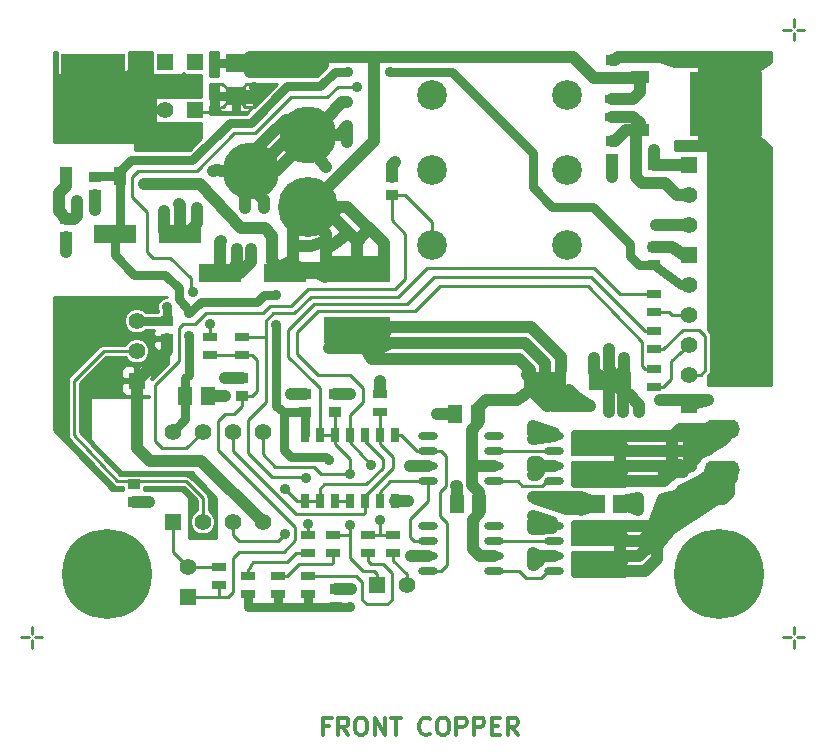
<source format=gtl>
G04 #@! TF.FileFunction,Copper,L1,Top,Signal*
%FSLAX46Y46*%
G04 Gerber Fmt 4.6, Leading zero omitted, Abs format (unit mm)*
G04 Created by KiCad (PCBNEW 4.0.5) date 05/03/17 10:24:09*
%MOMM*%
%LPD*%
G01*
G04 APERTURE LIST*
%ADD10C,0.150000*%
%ADD11C,0.300000*%
%ADD12C,0.203200*%
%ADD13C,0.558800*%
%ADD14O,1.651000X0.635000*%
%ADD15R,0.635000X1.270000*%
%ADD16R,1.143000X0.635000*%
%ADD17R,1.397000X1.397000*%
%ADD18C,1.397000*%
%ADD19O,3.048000X1.574800*%
%ADD20O,3.048000X1.600200*%
%ADD21R,5.613400X2.311400*%
%ADD22C,4.826000*%
%ADD23C,5.080000*%
%ADD24C,2.514600*%
%ADD25C,7.620000*%
%ADD26R,3.599200X1.600200*%
%ADD27R,1.000800X0.899200*%
%ADD28R,1.597700X0.998200*%
%ADD29R,6.197600X5.397500*%
%ADD30R,1.300480X1.498600*%
%ADD31R,0.998200X1.597700*%
%ADD32R,5.397500X6.197600*%
%ADD33R,1.803400X1.600200*%
%ADD34C,1.016000*%
%ADD35C,0.889000*%
%ADD36C,0.254000*%
%ADD37C,1.016000*%
%ADD38C,0.762000*%
G04 APERTURE END LIST*
D10*
D11*
X87662714Y-90697857D02*
X87162714Y-90697857D01*
X87162714Y-91483571D02*
X87162714Y-89983571D01*
X87877000Y-89983571D01*
X89305571Y-91483571D02*
X88805571Y-90769286D01*
X88448428Y-91483571D02*
X88448428Y-89983571D01*
X89019856Y-89983571D01*
X89162714Y-90055000D01*
X89234142Y-90126429D01*
X89305571Y-90269286D01*
X89305571Y-90483571D01*
X89234142Y-90626429D01*
X89162714Y-90697857D01*
X89019856Y-90769286D01*
X88448428Y-90769286D01*
X90234142Y-89983571D02*
X90519856Y-89983571D01*
X90662714Y-90055000D01*
X90805571Y-90197857D01*
X90876999Y-90483571D01*
X90876999Y-90983571D01*
X90805571Y-91269286D01*
X90662714Y-91412143D01*
X90519856Y-91483571D01*
X90234142Y-91483571D01*
X90091285Y-91412143D01*
X89948428Y-91269286D01*
X89876999Y-90983571D01*
X89876999Y-90483571D01*
X89948428Y-90197857D01*
X90091285Y-90055000D01*
X90234142Y-89983571D01*
X91519857Y-91483571D02*
X91519857Y-89983571D01*
X92377000Y-91483571D01*
X92377000Y-89983571D01*
X92877000Y-89983571D02*
X93734143Y-89983571D01*
X93305572Y-91483571D02*
X93305572Y-89983571D01*
X96234143Y-91340714D02*
X96162714Y-91412143D01*
X95948428Y-91483571D01*
X95805571Y-91483571D01*
X95591286Y-91412143D01*
X95448428Y-91269286D01*
X95377000Y-91126429D01*
X95305571Y-90840714D01*
X95305571Y-90626429D01*
X95377000Y-90340714D01*
X95448428Y-90197857D01*
X95591286Y-90055000D01*
X95805571Y-89983571D01*
X95948428Y-89983571D01*
X96162714Y-90055000D01*
X96234143Y-90126429D01*
X97162714Y-89983571D02*
X97448428Y-89983571D01*
X97591286Y-90055000D01*
X97734143Y-90197857D01*
X97805571Y-90483571D01*
X97805571Y-90983571D01*
X97734143Y-91269286D01*
X97591286Y-91412143D01*
X97448428Y-91483571D01*
X97162714Y-91483571D01*
X97019857Y-91412143D01*
X96877000Y-91269286D01*
X96805571Y-90983571D01*
X96805571Y-90483571D01*
X96877000Y-90197857D01*
X97019857Y-90055000D01*
X97162714Y-89983571D01*
X98448429Y-91483571D02*
X98448429Y-89983571D01*
X99019857Y-89983571D01*
X99162715Y-90055000D01*
X99234143Y-90126429D01*
X99305572Y-90269286D01*
X99305572Y-90483571D01*
X99234143Y-90626429D01*
X99162715Y-90697857D01*
X99019857Y-90769286D01*
X98448429Y-90769286D01*
X99948429Y-91483571D02*
X99948429Y-89983571D01*
X100519857Y-89983571D01*
X100662715Y-90055000D01*
X100734143Y-90126429D01*
X100805572Y-90269286D01*
X100805572Y-90483571D01*
X100734143Y-90626429D01*
X100662715Y-90697857D01*
X100519857Y-90769286D01*
X99948429Y-90769286D01*
X101448429Y-90697857D02*
X101948429Y-90697857D01*
X102162715Y-91483571D02*
X101448429Y-91483571D01*
X101448429Y-89983571D01*
X102162715Y-89983571D01*
X103662715Y-91483571D02*
X103162715Y-90769286D01*
X102805572Y-91483571D02*
X102805572Y-89983571D01*
X103377000Y-89983571D01*
X103519858Y-90055000D01*
X103591286Y-90126429D01*
X103662715Y-90269286D01*
X103662715Y-90483571D01*
X103591286Y-90626429D01*
X103519858Y-90697857D01*
X103377000Y-90769286D01*
X102805572Y-90769286D01*
D12*
X108254800Y-68351400D02*
X108254800Y-70307200D01*
X112826800Y-70307200D02*
X112826800Y-68351400D01*
X112826800Y-68351400D02*
X108254800Y-68351400D01*
D13*
X112649000Y-68707000D02*
X108432600Y-68707000D01*
X112649000Y-69215000D02*
X108432600Y-69215000D01*
X112649000Y-70231000D02*
X108432600Y-70231000D01*
X112649000Y-69723000D02*
X108432600Y-69723000D01*
X112649000Y-66929000D02*
X108432600Y-66929000D01*
X112649000Y-67437000D02*
X108432600Y-67437000D01*
X112649000Y-66421000D02*
X108432600Y-66421000D01*
X112649000Y-65913000D02*
X108432600Y-65913000D01*
D12*
X112826800Y-67792600D02*
X112826800Y-65836800D01*
X108254800Y-65836800D02*
X108254800Y-67792600D01*
X108254800Y-67792600D02*
X112826800Y-67792600D01*
X108254800Y-75971400D02*
X108254800Y-77927200D01*
X112826800Y-77927200D02*
X112826800Y-75971400D01*
X112826800Y-75971400D02*
X108254800Y-75971400D01*
D13*
X112649000Y-76327000D02*
X108432600Y-76327000D01*
X112649000Y-76835000D02*
X108432600Y-76835000D01*
X112649000Y-77851000D02*
X108432600Y-77851000D01*
X112649000Y-77343000D02*
X108432600Y-77343000D01*
X112649000Y-74549000D02*
X108432600Y-74549000D01*
X112649000Y-75057000D02*
X108432600Y-75057000D01*
X112649000Y-74041000D02*
X108432600Y-74041000D01*
X112649000Y-73533000D02*
X108432600Y-73533000D01*
D12*
X112826800Y-75412600D02*
X112826800Y-73456800D01*
X108254800Y-73456800D02*
X108254800Y-75412600D01*
X108254800Y-75412600D02*
X112826800Y-75412600D01*
D14*
X96012000Y-66167000D03*
X96012000Y-67437000D03*
X96012000Y-68707000D03*
X96012000Y-69977000D03*
X101600000Y-69977000D03*
X101600000Y-68707000D03*
X101600000Y-67437000D03*
X101600000Y-66167000D03*
X96012000Y-73787000D03*
X96012000Y-75057000D03*
X96012000Y-76327000D03*
X96012000Y-77597000D03*
X101600000Y-77597000D03*
X101600000Y-76327000D03*
X101600000Y-75057000D03*
X101600000Y-73787000D03*
D15*
X85598000Y-71628000D03*
X86868000Y-71628000D03*
X88138000Y-71628000D03*
X89408000Y-71628000D03*
X90678000Y-71628000D03*
X91948000Y-71628000D03*
X93218000Y-71628000D03*
X93218000Y-66040000D03*
X91948000Y-66040000D03*
X90678000Y-66040000D03*
X89408000Y-66040000D03*
X88138000Y-66040000D03*
X86868000Y-66040000D03*
X85598000Y-66040000D03*
D16*
X91948000Y-64135000D03*
X91948000Y-62611000D03*
X77597000Y-59309000D03*
X77597000Y-57785000D03*
D17*
X75692000Y-79756000D03*
D18*
X75692000Y-77216000D03*
D19*
X120904000Y-69060000D03*
D20*
X120904000Y-65560000D03*
D21*
X89992200Y-57185560D03*
X89992200Y-52034440D03*
D22*
X81026000Y-43688000D03*
X85852000Y-40640000D03*
D23*
X85852000Y-46736000D03*
D24*
X96393000Y-49961800D03*
X96393000Y-43611800D03*
X96393000Y-37261800D03*
X107823000Y-49961800D03*
X107823000Y-43611800D03*
X107823000Y-37261800D03*
D25*
X68834000Y-77851000D03*
X120650000Y-77851000D03*
D17*
X74422000Y-73406000D03*
D18*
X76962000Y-73406000D03*
X79502000Y-73406000D03*
X82042000Y-73406000D03*
X82042000Y-65786000D03*
X79502000Y-65786000D03*
X76962000Y-65786000D03*
X74422000Y-65786000D03*
D26*
X105961200Y-61468000D03*
X111462800Y-61468000D03*
X83903800Y-52324000D03*
X78402200Y-52324000D03*
X69512200Y-49022000D03*
X75013800Y-49022000D03*
D27*
X85598000Y-64124800D03*
X85598000Y-62621200D03*
X65405000Y-47762200D03*
X65405000Y-49265800D03*
X73914000Y-57901800D03*
X73914000Y-56398200D03*
X111633000Y-35803800D03*
X111633000Y-34300200D03*
X71120000Y-71744800D03*
X71120000Y-70241200D03*
X111633000Y-41158200D03*
X111633000Y-42661800D03*
X67818000Y-44206200D03*
X67818000Y-45709800D03*
D28*
X113972300Y-35720000D03*
X113972300Y-40276800D03*
D29*
X121269800Y-37998400D03*
D17*
X71374000Y-61468000D03*
D18*
X71374000Y-58928000D03*
X71374000Y-56388000D03*
D17*
X118110000Y-63500000D03*
D18*
X118110000Y-66040000D03*
X118110000Y-68580000D03*
X118110000Y-71120000D03*
D17*
X118110000Y-43180000D03*
D18*
X118110000Y-45720000D03*
X118110000Y-48260000D03*
D16*
X111633000Y-37592000D03*
X111633000Y-39116000D03*
D30*
X75501500Y-62738000D03*
X77406500Y-62738000D03*
X110426500Y-71882000D03*
X112331500Y-71882000D03*
X98488500Y-71882000D03*
X100393500Y-71882000D03*
X98361500Y-64262000D03*
X100266500Y-64262000D03*
D16*
X85852000Y-74549000D03*
X85852000Y-76073000D03*
X115189000Y-61976000D03*
X115189000Y-60452000D03*
X93091000Y-74549000D03*
X93091000Y-76073000D03*
X115189000Y-55626000D03*
X115189000Y-54102000D03*
X90932000Y-74549000D03*
X90932000Y-76073000D03*
X115189000Y-58801000D03*
X115189000Y-57277000D03*
X85852000Y-79502000D03*
X85852000Y-77978000D03*
X80772000Y-79502000D03*
X80772000Y-77978000D03*
X83312000Y-79502000D03*
X83312000Y-77978000D03*
D17*
X91694000Y-78740000D03*
D18*
X94234000Y-78740000D03*
D27*
X88138000Y-64124800D03*
X88138000Y-62621200D03*
X115189000Y-51678800D03*
X115189000Y-50175200D03*
X92964000Y-45709800D03*
X92964000Y-44206200D03*
X80264000Y-62727800D03*
X80264000Y-61224200D03*
D16*
X88011000Y-74549000D03*
X88011000Y-76073000D03*
D17*
X118110000Y-50800000D03*
D18*
X118110000Y-53340000D03*
X118110000Y-55880000D03*
X118110000Y-58420000D03*
X118110000Y-60960000D03*
D31*
X65412600Y-44168100D03*
X69969400Y-44168100D03*
D32*
X67691000Y-36870600D03*
D14*
X106680000Y-66167000D03*
X106680000Y-67437000D03*
X106680000Y-68707000D03*
X106680000Y-69977000D03*
X112268000Y-69977000D03*
X112268000Y-68707000D03*
X112268000Y-67437000D03*
X112268000Y-66167000D03*
X106680000Y-73787000D03*
X106680000Y-75057000D03*
X106680000Y-76327000D03*
X106680000Y-77597000D03*
X112268000Y-77597000D03*
X112268000Y-76327000D03*
X112268000Y-75057000D03*
X112268000Y-73787000D03*
D27*
X115189000Y-44693800D03*
X115189000Y-43190200D03*
X88265000Y-80634800D03*
X88265000Y-79131200D03*
D17*
X76327000Y-38544500D03*
D18*
X73787000Y-38544500D03*
D17*
X73787000Y-34480500D03*
X76327000Y-34480500D03*
D16*
X80264000Y-57785000D03*
X80264000Y-59309000D03*
X78359000Y-77216000D03*
X78359000Y-78740000D03*
D33*
X79756000Y-34607500D03*
X79756000Y-37401500D03*
D34*
X87376000Y-49784000D03*
X86131400Y-50063400D03*
X81407000Y-35306000D03*
X81407000Y-34099500D03*
X66294000Y-46228000D03*
X72009000Y-44831000D03*
X107442000Y-63627000D03*
X108966000Y-71348600D03*
X104902000Y-77089000D03*
X104902000Y-71323200D03*
X105918000Y-71323200D03*
X104902000Y-68376800D03*
X104902000Y-69443600D03*
X108585000Y-63627000D03*
X109728000Y-63627000D03*
X104902000Y-76047600D03*
X108966000Y-72415400D03*
X116078000Y-71501000D03*
X121031000Y-71501000D03*
X120015000Y-71501000D03*
X119761000Y-63119000D03*
X115697000Y-63119000D03*
X116078000Y-72517000D03*
X119761000Y-67310000D03*
D35*
X83947000Y-74422000D03*
X83947000Y-70612000D03*
X76149200Y-53924200D03*
X77597000Y-56642000D03*
X90043000Y-36576000D03*
X85852000Y-73634600D03*
X85725000Y-69723000D03*
X89408000Y-73660000D03*
X89408000Y-69342000D03*
X91948000Y-73279000D03*
X91186000Y-68580000D03*
X89408000Y-80645000D03*
X87630000Y-68199000D03*
X75819000Y-57658000D03*
X75819000Y-55753000D03*
X89281000Y-35306000D03*
X92837000Y-35306000D03*
X83185000Y-56769000D03*
X83185000Y-54229000D03*
X73914000Y-55245000D03*
D34*
X122682000Y-34036000D03*
X121158000Y-34036000D03*
X124206000Y-34036000D03*
X89217500Y-39878000D03*
X89217500Y-41275000D03*
X82194400Y-46837600D03*
X82565933Y-40783832D03*
X80543400Y-46837600D03*
X87376000Y-43370500D03*
X89154000Y-37846000D03*
X119507000Y-41529000D03*
X121285000Y-41529000D03*
X123063000Y-41529000D03*
X78867000Y-61214000D03*
X112649000Y-59563000D03*
X112522000Y-64135000D03*
X77825600Y-43688000D03*
X89535000Y-79121000D03*
X115189000Y-41910000D03*
X111379000Y-58801000D03*
X71501000Y-35179000D03*
X71501000Y-39878000D03*
X71501000Y-36830000D03*
X71501000Y-38481000D03*
X93218000Y-42926000D03*
X115316000Y-48260000D03*
X98450400Y-70358000D03*
X104902000Y-65278000D03*
X104902000Y-72898000D03*
X104902000Y-73990200D03*
X113792000Y-71374000D03*
X113792000Y-72440800D03*
X73660000Y-47117000D03*
X74930000Y-46482000D03*
X78486000Y-49657000D03*
X78867000Y-62738000D03*
X72390000Y-71755000D03*
X91948000Y-61468000D03*
X89408000Y-62611000D03*
X84437724Y-62628276D03*
X113919000Y-64135000D03*
X96774000Y-64262000D03*
X111633000Y-44196000D03*
X81026000Y-50292000D03*
X79883000Y-50292000D03*
X76454000Y-46863000D03*
X67818000Y-46990000D03*
X65405000Y-50546000D03*
X112903000Y-34036000D03*
X118110000Y-34036000D03*
X119634000Y-34036000D03*
X94361000Y-71628000D03*
X94615000Y-76327000D03*
X110109000Y-59563000D03*
X104902000Y-66395600D03*
X111379000Y-64135000D03*
X94488000Y-68707000D03*
D35*
X81343500Y-36639500D03*
X81343500Y-37528500D03*
D36*
X62484000Y-82931000D02*
X62484000Y-82296000D01*
X62738000Y-83185000D02*
X63373000Y-83185000D01*
X126746000Y-83185000D02*
X126111000Y-83185000D01*
X127000000Y-82931000D02*
X127000000Y-82296000D01*
X127000000Y-32004000D02*
X127000000Y-32639000D01*
X126746000Y-31750000D02*
X126111000Y-31750000D01*
X127254000Y-31750000D02*
X127889000Y-31750000D01*
X127000000Y-31496000D02*
X127000000Y-30861000D01*
X127000000Y-83439000D02*
X127000000Y-84074000D01*
X127254000Y-83185000D02*
X127889000Y-83185000D01*
X62230000Y-83185000D02*
X61595000Y-83185000D01*
X62484000Y-83439000D02*
X62484000Y-84074000D01*
D37*
X115189000Y-44693800D02*
X116067800Y-44693800D01*
X118110000Y-45720000D02*
X117094000Y-45720000D01*
X113665000Y-40584100D02*
X113972300Y-40276800D01*
X113665000Y-44196000D02*
X113665000Y-40584100D01*
X114162800Y-44693800D02*
X113665000Y-44196000D01*
X116067800Y-44693800D02*
X114162800Y-44693800D01*
X117094000Y-45720000D02*
X116067800Y-44693800D01*
X111633000Y-41158200D02*
X111876800Y-41158200D01*
X112776000Y-40259000D02*
X113972300Y-40276800D01*
X111876800Y-41158200D02*
X112776000Y-40259000D01*
X111633000Y-39116000D02*
X113411000Y-39116000D01*
X113972300Y-39677300D02*
X113972300Y-40276800D01*
X113411000Y-39116000D02*
X113972300Y-39677300D01*
D36*
X101600000Y-75057000D02*
X102616000Y-75057000D01*
X104267000Y-75057000D02*
X104267000Y-75057000D01*
X102616000Y-75057000D02*
X104267000Y-75057000D01*
X102616000Y-75057000D02*
X102616000Y-75057000D01*
X104267000Y-75057000D02*
X106680000Y-75057000D01*
X102616000Y-67437000D02*
X102616000Y-67437000D01*
X102616000Y-67437000D02*
X101600000Y-67437000D01*
X104267000Y-67437000D02*
X104267000Y-67437000D01*
X102616000Y-67437000D02*
X104267000Y-67437000D01*
X104267000Y-67437000D02*
X106680000Y-67437000D01*
D37*
X87376000Y-49784000D02*
X87223600Y-49784000D01*
X84582000Y-48006000D02*
X85852000Y-46736000D01*
X84582000Y-50063400D02*
X84582000Y-48006000D01*
X84582000Y-51308000D02*
X84582000Y-50063400D01*
X83903800Y-51605200D02*
X84582000Y-51308000D01*
X84582000Y-50063400D02*
X86131400Y-50063400D01*
X81407000Y-35306000D02*
X80962500Y-35306000D01*
X80962500Y-35306000D02*
X81153000Y-35242500D01*
X81407000Y-34099500D02*
X80962500Y-34099500D01*
X80962500Y-34099500D02*
X81153000Y-34036000D01*
X81407000Y-35306000D02*
X82362040Y-34589720D01*
X81724500Y-34607500D02*
X81407000Y-35306000D01*
X82362040Y-34589720D02*
X82616040Y-34335720D01*
X81407000Y-34163000D02*
X81407000Y-34099500D01*
X81407000Y-34163000D02*
X81724500Y-34607500D01*
X81280000Y-34607500D02*
X81724500Y-34607500D01*
X90424000Y-34036000D02*
X81407000Y-34099500D01*
X81280000Y-34607500D02*
X79756000Y-34607500D01*
X65412600Y-44168100D02*
X65412600Y-44950400D01*
X64770000Y-47127200D02*
X65405000Y-47762200D01*
X64770000Y-45593000D02*
X64770000Y-47127200D01*
X65412600Y-44950400D02*
X64770000Y-45593000D01*
X66294000Y-46228000D02*
X66294000Y-47498000D01*
X66029800Y-47762200D02*
X65405000Y-47762200D01*
X66294000Y-47498000D02*
X66029800Y-47762200D01*
X90424000Y-42164000D02*
X91440000Y-41148000D01*
X85852000Y-46736000D02*
X90424000Y-42164000D01*
X91440000Y-34036000D02*
X90424000Y-34036000D01*
X91440000Y-41148000D02*
X91440000Y-34036000D01*
X110098800Y-35803800D02*
X108331000Y-34036000D01*
X108331000Y-34036000D02*
X90424000Y-34036000D01*
X111633000Y-35803800D02*
X110098800Y-35803800D01*
X89992200Y-49707800D02*
X90017600Y-49707800D01*
X90017600Y-49707800D02*
X90728800Y-48996600D01*
X89357200Y-48971200D02*
X87858600Y-50063400D01*
X87858600Y-50063400D02*
X87249000Y-49784000D01*
X87249000Y-49784000D02*
X87223600Y-49784000D01*
X87223600Y-49784000D02*
X87376000Y-49784000D01*
X86131400Y-50063400D02*
X86868000Y-49784000D01*
X87376000Y-49403000D02*
X87376000Y-49784000D01*
X87376000Y-49784000D02*
X87376000Y-51943000D01*
X85471000Y-51943000D02*
X83903800Y-51605200D01*
X87376000Y-51943000D02*
X85471000Y-51943000D01*
X83903800Y-52324000D02*
X86626702Y-52324000D01*
X86626702Y-52324000D02*
X87350600Y-52705000D01*
X83903800Y-52324000D02*
X83820000Y-52324000D01*
X76708000Y-44831000D02*
X72009000Y-44831000D01*
X83820000Y-52324000D02*
X82804000Y-51308000D01*
X82804000Y-51308000D02*
X82804000Y-49174400D01*
X82804000Y-49174400D02*
X82245200Y-48564800D01*
X82245200Y-48564800D02*
X80213200Y-48564800D01*
X80213200Y-48564800D02*
X76708000Y-44831000D01*
X111633000Y-37592000D02*
X113411000Y-37592000D01*
X113972300Y-37030700D02*
X113972300Y-35720000D01*
X113411000Y-37592000D02*
X113972300Y-37030700D01*
X83903800Y-52324000D02*
X83903800Y-51605200D01*
X85852000Y-47498000D02*
X87376000Y-49022000D01*
X85852000Y-46736000D02*
X85852000Y-47498000D01*
X111633000Y-35803800D02*
X113888500Y-35803800D01*
X113888500Y-35803800D02*
X113972300Y-35720000D01*
X89992200Y-52034440D02*
X89992200Y-49707800D01*
X89992200Y-49707800D02*
X89992200Y-49606200D01*
X89992200Y-49606200D02*
X89357200Y-48971200D01*
X89357200Y-48971200D02*
X87884000Y-47498000D01*
X87884000Y-47498000D02*
X88392000Y-46736000D01*
X88392000Y-46736000D02*
X85852000Y-46736000D01*
X92329000Y-49784000D02*
X92329000Y-49784000D01*
X92329000Y-50927000D02*
X92329000Y-49784000D01*
X89154000Y-46736000D02*
X85852000Y-46736000D01*
X92329000Y-49784000D02*
X89154000Y-46736000D01*
X85852000Y-46736000D02*
X87884000Y-46736000D01*
X109728000Y-63627000D02*
X108597700Y-62852300D01*
X99822000Y-73279000D02*
X99822000Y-75692000D01*
X100393500Y-72707500D02*
X99822000Y-73279000D01*
X100393500Y-71882000D02*
X100393500Y-72707500D01*
X100457000Y-76327000D02*
X101600000Y-76327000D01*
X99822000Y-75692000D02*
X100457000Y-76327000D01*
X101600000Y-68707000D02*
X99792437Y-68707000D01*
X99792437Y-68707000D02*
X99792437Y-68706979D01*
X106172000Y-63601600D02*
X106197400Y-63627000D01*
X106146600Y-63601600D02*
X105181400Y-62636400D01*
X106172000Y-63601600D02*
X106146600Y-63601600D01*
X108585000Y-63627000D02*
X108686600Y-63525400D01*
X108610400Y-62865000D02*
X108000800Y-62255400D01*
X108610400Y-63525400D02*
X108610400Y-62865000D01*
X108686600Y-63525400D02*
X108610400Y-63525400D01*
X107442000Y-63627000D02*
X108585000Y-63627000D01*
X100961978Y-63119000D02*
X100266500Y-63754001D01*
X99796600Y-69342000D02*
X99796600Y-70332600D01*
X99792437Y-68706979D02*
X99796600Y-69342000D01*
X99796600Y-70332600D02*
X100393500Y-70929500D01*
X100393500Y-70929500D02*
X100393500Y-71882000D01*
X108585000Y-63627000D02*
X108712000Y-63627000D01*
X108712000Y-63627000D02*
X109728000Y-63627000D01*
X107899200Y-72364600D02*
X107832520Y-72364600D01*
X107832520Y-72364600D02*
X105156000Y-71475600D01*
X105918000Y-71323200D02*
X106520254Y-71323200D01*
X108966000Y-71348600D02*
X106943027Y-71348600D01*
X108966000Y-71348600D02*
X110426500Y-71882000D01*
X108966000Y-72415400D02*
X108966000Y-71348600D01*
X110426500Y-71882000D02*
X110426500Y-71882000D01*
X104902000Y-68376800D02*
X104902000Y-68910200D01*
X104902000Y-77089000D02*
X105029000Y-77089000D01*
X105410000Y-76708000D02*
X104902000Y-76708000D01*
X105029000Y-77089000D02*
X105410000Y-76708000D01*
X104902000Y-76047600D02*
X104902000Y-76708000D01*
X104902000Y-71323200D02*
X105918000Y-71323200D01*
X105892600Y-71323200D02*
X105918000Y-71323200D01*
X105918000Y-71323200D02*
X105892600Y-71323200D01*
X105918000Y-71323200D02*
X106984800Y-71323200D01*
X108911527Y-72360927D02*
X108966000Y-72415400D01*
X106803327Y-71675127D02*
X107899200Y-72364600D01*
X107899200Y-72364600D02*
X108911527Y-72360927D01*
X104902000Y-69443600D02*
X105206800Y-69443600D01*
X105206800Y-69443600D02*
X105435400Y-69164200D01*
X104902000Y-68376800D02*
X105333800Y-68376800D01*
X105333800Y-68376800D02*
X105664000Y-68707000D01*
X106680000Y-68707000D02*
X105664000Y-68707000D01*
X106553000Y-61468000D02*
X108585000Y-63627000D01*
X105961200Y-61468000D02*
X106553000Y-61468000D01*
X105961200Y-61468000D02*
X105961200Y-62908200D01*
X105961200Y-62908200D02*
X106663970Y-63634956D01*
X106663970Y-63634956D02*
X107442000Y-63627000D01*
X104419400Y-60960000D02*
X104673400Y-60579000D01*
X91008200Y-59309000D02*
X91313000Y-59613800D01*
X91313000Y-59613800D02*
X103733600Y-59613800D01*
X103733600Y-59613800D02*
X104673400Y-60579000D01*
X91008200Y-59309000D02*
X89992200Y-57185560D01*
X89992200Y-57185560D02*
X91475560Y-57185560D01*
X105961200Y-59987200D02*
X105961200Y-61468000D01*
X104241600Y-58267600D02*
X105961200Y-59987200D01*
X87630000Y-58674000D02*
X92036900Y-58674000D01*
X92036900Y-58674000D02*
X92849700Y-58267600D01*
X92849700Y-58267600D02*
X104241600Y-58267600D01*
X91475560Y-57185560D02*
X87630000Y-58674000D01*
X89992200Y-57185560D02*
X92420440Y-57185560D01*
X107315000Y-59436000D02*
X107315000Y-60579000D01*
X104775000Y-56896000D02*
X107315000Y-59436000D01*
X92511880Y-56896000D02*
X104775000Y-56896000D01*
X92420440Y-57185560D02*
X92511880Y-57277000D01*
X109728000Y-63627000D02*
X107696000Y-63627000D01*
X107696000Y-63627000D02*
X106807000Y-62357000D01*
X106850200Y-62357000D02*
X105961200Y-61468000D01*
X106807000Y-62357000D02*
X106850200Y-62357000D01*
X104902000Y-76047600D02*
X105415183Y-76323029D01*
X105415183Y-76323029D02*
X106680000Y-76327000D01*
X100961978Y-63119000D02*
X103585165Y-63119000D01*
X103585165Y-63119000D02*
X105961200Y-61447028D01*
X99772463Y-65660157D02*
X99792437Y-68706979D01*
X100266500Y-64262000D02*
X100266500Y-65087500D01*
X100266500Y-65087500D02*
X99772463Y-65660157D01*
X100266500Y-63754001D02*
X100266500Y-64262000D01*
X108966000Y-72415400D02*
X110490000Y-71882000D01*
X116078000Y-71501000D02*
X115951000Y-71501000D01*
X116205000Y-71374000D02*
X116078000Y-71501000D01*
X117551200Y-71120000D02*
X116205000Y-71374000D01*
X115224338Y-73298051D02*
X115189000Y-73599170D01*
X115951000Y-71501000D02*
X115224338Y-73298051D01*
X118110000Y-71120000D02*
X117094000Y-71120000D01*
X117094000Y-71120000D02*
X116205000Y-72009000D01*
X121539000Y-69060000D02*
X121539000Y-70993000D01*
X121031000Y-71501000D02*
X120015000Y-71501000D01*
X120015000Y-71501000D02*
X120523000Y-71501000D01*
X115443000Y-75438000D02*
X116651459Y-74025114D01*
X116651459Y-74025114D02*
X120523000Y-71501000D01*
X121793000Y-69723000D02*
X121793000Y-69060000D01*
X120015000Y-71501000D02*
X121234200Y-70281800D01*
X121234200Y-70281800D02*
X121793000Y-69723000D01*
X121539000Y-70993000D02*
X121031000Y-71501000D01*
X118110000Y-63500000D02*
X119761000Y-63119000D01*
X119634000Y-63119000D02*
X115697000Y-63119000D01*
X118110000Y-63500000D02*
X119634000Y-63119000D01*
X116398511Y-72704751D02*
X116392751Y-72704751D01*
X116392751Y-72704751D02*
X116078000Y-72517000D01*
X121694000Y-69060000D02*
X121539000Y-69060000D01*
X119253000Y-69850000D02*
X119024400Y-70078600D01*
X117551200Y-70688200D02*
X117551200Y-71120000D01*
X119024400Y-70078600D02*
X117551200Y-70688200D01*
X121793000Y-69060000D02*
X120424000Y-69060000D01*
X120424000Y-69060000D02*
X119253000Y-69850000D01*
X119253000Y-69850000D02*
X119227600Y-69875400D01*
X118110000Y-71120000D02*
X119606000Y-71247000D01*
X119606000Y-71247000D02*
X119761000Y-71092000D01*
X119761000Y-71092000D02*
X119380000Y-70612000D01*
X119380000Y-70612000D02*
X121793000Y-69060000D01*
X118110000Y-71120000D02*
X117551200Y-71120000D01*
X114935000Y-73787000D02*
X115189000Y-73599170D01*
X112268000Y-73787000D02*
X114935000Y-73787000D01*
X115189000Y-73599170D02*
X116398511Y-72704751D01*
X116398511Y-72704751D02*
X117856000Y-71120000D01*
X118745000Y-71628000D02*
X115976400Y-74015600D01*
X112268000Y-75057000D02*
X114173000Y-75057000D01*
X114173000Y-75057000D02*
X115824000Y-73406000D01*
X112268000Y-77597000D02*
X114427000Y-77597000D01*
X114427000Y-77597000D02*
X115443000Y-76581000D01*
X115443000Y-76581000D02*
X115443000Y-75438000D01*
X112268000Y-76327000D02*
X113919000Y-76327000D01*
X113919000Y-76327000D02*
X115697000Y-74676000D01*
X115697000Y-74676000D02*
X115443000Y-75438000D01*
X115443000Y-75438000D02*
X115976400Y-74015600D01*
X115976400Y-74015600D02*
X115824000Y-73406000D01*
X115824000Y-73406000D02*
X117054385Y-72098716D01*
X112268000Y-77597000D02*
X112268000Y-76327000D01*
X112268000Y-76327000D02*
X112268000Y-75057000D01*
X112268000Y-73787000D02*
X112268000Y-75057000D01*
X119126000Y-67132200D02*
X119126000Y-67564000D01*
X119710200Y-67360800D02*
X119126000Y-67132200D01*
X119761000Y-67310000D02*
X119710200Y-67360800D01*
X120904000Y-66548000D02*
X119126000Y-67564000D01*
X119126000Y-67564000D02*
X120438985Y-66813723D01*
X120438985Y-66813723D02*
X119430800Y-67259200D01*
X118110000Y-68580000D02*
X119430800Y-67259200D01*
X119430800Y-67259200D02*
X120116600Y-66954400D01*
X120116600Y-66954400D02*
X120269000Y-66522600D01*
X120269000Y-66522600D02*
X120269000Y-66548000D01*
X118719600Y-65560000D02*
X118696800Y-65582800D01*
X117373400Y-65582800D02*
X116789200Y-66167000D01*
X118696800Y-65582800D02*
X117373400Y-65582800D01*
X116039719Y-69977083D02*
X116852602Y-69164200D01*
X116852602Y-69164200D02*
X117627400Y-69164200D01*
X116713000Y-68707000D02*
X116789200Y-68630800D01*
X116789200Y-68630800D02*
X117398800Y-68630800D01*
X116713000Y-67437000D02*
X117576600Y-67437000D01*
X116713000Y-66167000D02*
X116789200Y-66167000D01*
X116789200Y-66167000D02*
X117983000Y-66167000D01*
X117983000Y-66167000D02*
X118110000Y-66040000D01*
X121793000Y-65560000D02*
X121793000Y-65659000D01*
X120904000Y-66548000D02*
X120269000Y-66548000D01*
X121793000Y-65659000D02*
X120904000Y-66548000D01*
X120269000Y-66548000D02*
X118872000Y-66548000D01*
X118872000Y-66548000D02*
X118110000Y-67310000D01*
X118110000Y-68580000D02*
X118110000Y-67310000D01*
X118110000Y-67310000D02*
X118110000Y-66040000D01*
X121793000Y-65560000D02*
X118719600Y-65560000D01*
X118719600Y-65560000D02*
X118590000Y-65560000D01*
X118590000Y-65560000D02*
X118110000Y-66040000D01*
X116713000Y-67462400D02*
X116713000Y-67437000D01*
X116713000Y-67437000D02*
X116713000Y-66167000D01*
X115189000Y-66167000D02*
X116713000Y-66167000D01*
X115189000Y-66167000D02*
X112268000Y-66167000D01*
X116713000Y-68707000D02*
X116713000Y-67462400D01*
X115189000Y-67437000D02*
X116687600Y-67437000D01*
X115189000Y-67437000D02*
X112268000Y-67437000D01*
X116713000Y-67462400D02*
X116687600Y-67437000D01*
X116039719Y-69977083D02*
X116039719Y-69380281D01*
X116713000Y-68707000D02*
X112268000Y-68707000D01*
X116039719Y-69380281D02*
X116713000Y-68707000D01*
X116039719Y-69977083D02*
X115404719Y-69977083D01*
X112268000Y-69977000D02*
X116039719Y-69977083D01*
X112268000Y-66167000D02*
X112268000Y-67437000D01*
X112268000Y-67437000D02*
X112268000Y-68707000D01*
X112268000Y-68707000D02*
X112268000Y-69977000D01*
X112268000Y-69977000D02*
X112395000Y-69850000D01*
D36*
X92202000Y-68834000D02*
X92202000Y-68072000D01*
X90678000Y-66548000D02*
X90678000Y-66040000D01*
X92202000Y-68072000D02*
X90678000Y-66548000D01*
X85598000Y-71628000D02*
X84963000Y-71628000D01*
X84963000Y-71628000D02*
X83947000Y-70612000D01*
X79502000Y-73406000D02*
X79502000Y-74549000D01*
X79502000Y-74549000D02*
X80010000Y-75057000D01*
X83312000Y-75057000D02*
X80010000Y-75057000D01*
X83947000Y-74422000D02*
X83312000Y-75057000D01*
X90805000Y-70231000D02*
X92202000Y-68834000D01*
X86868000Y-70612000D02*
X86868000Y-70612000D01*
X87249000Y-70231000D02*
X90805000Y-70231000D01*
X86868000Y-70612000D02*
X87249000Y-70231000D01*
X86868000Y-70612000D02*
X86868000Y-70612000D01*
X85598000Y-71628000D02*
X86868000Y-71628000D01*
X86868000Y-70612000D02*
X86868000Y-71628000D01*
X93091000Y-68834000D02*
X93091000Y-67945000D01*
X90678000Y-71628000D02*
X90678000Y-71247000D01*
X91948000Y-66802000D02*
X91948000Y-66040000D01*
X93091000Y-67945000D02*
X91948000Y-66802000D01*
X90678000Y-71247000D02*
X93091000Y-68834000D01*
X79502000Y-65786000D02*
X79502000Y-67437000D01*
X79502000Y-67437000D02*
X80772000Y-68707000D01*
X80772000Y-68707000D02*
X80772000Y-68707000D01*
X91948000Y-66040000D02*
X91948000Y-63881000D01*
X80772000Y-68707000D02*
X84836000Y-72771000D01*
X90678000Y-72644000D02*
X90678000Y-71628000D01*
X90551000Y-72771000D02*
X90678000Y-72644000D01*
X84836000Y-72771000D02*
X90551000Y-72771000D01*
X78359000Y-79756000D02*
X79121000Y-79756000D01*
X79552800Y-79324200D02*
X79552800Y-79324200D01*
X79121000Y-79756000D02*
X79552800Y-79324200D01*
X75692000Y-79756000D02*
X78359000Y-79756000D01*
X78359000Y-79502000D02*
X78359000Y-78740000D01*
X78359000Y-79756000D02*
X78359000Y-79502000D01*
X80264000Y-62727800D02*
X80264000Y-63627000D01*
X79552800Y-76449322D02*
X79552800Y-79324200D01*
X80019293Y-75946000D02*
X83820000Y-75946000D01*
X83820000Y-75946000D02*
X84785200Y-74980800D01*
X84785200Y-73863200D02*
X84785200Y-74980800D01*
X78232000Y-67310000D02*
X84785200Y-73863200D01*
X78232000Y-64897000D02*
X78232000Y-67310000D01*
X80019293Y-75946000D02*
X79552800Y-76449322D01*
X78867000Y-64262000D02*
X78232000Y-64897000D01*
X79629000Y-64262000D02*
X78867000Y-64262000D01*
X80264000Y-63627000D02*
X79629000Y-64262000D01*
X77597000Y-59309000D02*
X80264000Y-59309000D01*
X80264000Y-59309000D02*
X81153000Y-59309000D01*
X81163200Y-62727800D02*
X80264000Y-62727800D01*
X81534000Y-62357000D02*
X81163200Y-62727800D01*
X81534000Y-59690000D02*
X81534000Y-62357000D01*
X81153000Y-59309000D02*
X81534000Y-59690000D01*
X90043000Y-36576000D02*
X88392000Y-36576000D01*
X88392000Y-36576000D02*
X87503000Y-37465000D01*
X87503000Y-37465000D02*
X84455000Y-37465000D01*
X79629000Y-40513000D02*
X81407000Y-40513000D01*
X70993000Y-45910500D02*
X70993000Y-44196000D01*
X76149200Y-53924200D02*
X75946000Y-53721000D01*
X72263000Y-50609500D02*
X72263000Y-47180500D01*
X72720200Y-51066700D02*
X72263000Y-50609500D01*
X74231500Y-51066700D02*
X72720200Y-51066700D01*
X75946000Y-52781200D02*
X74231500Y-51066700D01*
X75946000Y-52781200D02*
X75946000Y-53721000D01*
X72263000Y-47180500D02*
X70993000Y-45910500D01*
X71501000Y-43688000D02*
X76454000Y-43688000D01*
X70993000Y-44196000D02*
X71501000Y-43688000D01*
X79629000Y-40513000D02*
X76454000Y-43688000D01*
X81407000Y-40513000D02*
X84455000Y-37465000D01*
X77597000Y-57785000D02*
X77597000Y-56642000D01*
X82296000Y-57785000D02*
X82296000Y-56388000D01*
X82296000Y-56388000D02*
X82931000Y-55753000D01*
X82804000Y-69596000D02*
X80772000Y-67564000D01*
X80264000Y-57785000D02*
X81407000Y-57785000D01*
X80772000Y-64770000D02*
X80772000Y-66167000D01*
X82296000Y-63246000D02*
X80772000Y-64770000D01*
X82296000Y-57785000D02*
X82296000Y-63246000D01*
X81407000Y-57785000D02*
X82296000Y-57785000D01*
X80772000Y-66167000D02*
X80772000Y-67564000D01*
X85598000Y-69596000D02*
X85725000Y-69723000D01*
X82804000Y-69596000D02*
X85598000Y-69596000D01*
X85852000Y-73634600D02*
X85852000Y-74549000D01*
X112268000Y-54102000D02*
X115189000Y-54102000D01*
X82931000Y-55753000D02*
X84709000Y-55753000D01*
X84709000Y-55753000D02*
X86106000Y-54356000D01*
X86106000Y-54356000D02*
X93535500Y-54356000D01*
X93535500Y-54356000D02*
X95948500Y-51943000D01*
X95948500Y-51943000D02*
X110109000Y-51943000D01*
X112014000Y-53848000D02*
X110109000Y-51943000D01*
X112268000Y-54102000D02*
X112014000Y-53848000D01*
X75692000Y-77216000D02*
X75692000Y-77216000D01*
X75692000Y-77216000D02*
X75692000Y-77216000D01*
X75692000Y-77216000D02*
X78359000Y-77216000D01*
X74422000Y-75946000D02*
X75692000Y-77216000D01*
X74422000Y-73406000D02*
X74422000Y-75946000D01*
X75692000Y-77216000D02*
X75692000Y-77216000D01*
X77216000Y-55753000D02*
X82042000Y-55753000D01*
X82042000Y-55753000D02*
X82677000Y-55118000D01*
X74930000Y-59817000D02*
X74930000Y-57023000D01*
X76962000Y-65786000D02*
X75565000Y-67183000D01*
X72898000Y-66548000D02*
X72898000Y-61849000D01*
X73533000Y-67183000D02*
X72898000Y-66548000D01*
X75565000Y-67183000D02*
X73533000Y-67183000D01*
X72898000Y-61849000D02*
X74930000Y-59817000D01*
X76327000Y-56642000D02*
X77216000Y-55753000D01*
X75311000Y-56642000D02*
X76327000Y-56642000D01*
X74930000Y-57023000D02*
X75311000Y-56642000D01*
X92964000Y-47879000D02*
X92964000Y-45709800D01*
X93205300Y-53733700D02*
X85839300Y-53733700D01*
X84455000Y-55118000D02*
X82677000Y-55118000D01*
X85839300Y-53733700D02*
X84455000Y-55118000D01*
X94107000Y-49022000D02*
X94107000Y-52832000D01*
X94107000Y-52832000D02*
X93205300Y-53733700D01*
X92964000Y-47879000D02*
X94107000Y-49022000D01*
X92964000Y-45709800D02*
X94115293Y-45728293D01*
X96393000Y-48006000D02*
X96393000Y-49961800D01*
X94115293Y-45728293D02*
X96393000Y-48006000D01*
X71120000Y-70241200D02*
X71120000Y-69977000D01*
X69738394Y-69977000D02*
X71120000Y-69977000D01*
X71120000Y-69977000D02*
X75565000Y-69977000D01*
X76962000Y-71374000D02*
X76962000Y-73406000D01*
X76962000Y-71374000D02*
X75565000Y-69977000D01*
X71120000Y-70241200D02*
X71120000Y-70241200D01*
X69738394Y-69977000D02*
X66040000Y-66040000D01*
X66040000Y-61468000D02*
X66040000Y-66040000D01*
X68580000Y-58928000D02*
X66040000Y-61468000D01*
X71374000Y-58928000D02*
X68580000Y-58928000D01*
X89408000Y-69342000D02*
X86995000Y-69342000D01*
X86995000Y-69342000D02*
X86423500Y-68770500D01*
X89408000Y-74549000D02*
X89408000Y-74295000D01*
X89408000Y-73660000D02*
X89408000Y-74295000D01*
X83121500Y-68770500D02*
X86423500Y-68770500D01*
X82042000Y-65786000D02*
X82042000Y-67691000D01*
X82042000Y-67691000D02*
X83121500Y-68770500D01*
X82042000Y-65786000D02*
X82042000Y-65786000D01*
X89408000Y-76200000D02*
X89408000Y-76454000D01*
X89408000Y-74549000D02*
X89408000Y-76200000D01*
X88011000Y-74549000D02*
X89408000Y-74549000D01*
X89408000Y-76454000D02*
X90551000Y-77597000D01*
X90551000Y-77597000D02*
X91440000Y-77597000D01*
X91440000Y-77597000D02*
X91694000Y-77851000D01*
X91694000Y-77851000D02*
X91694000Y-78740000D01*
X88138000Y-66040000D02*
X88138000Y-66802000D01*
X89408000Y-69342000D02*
X89408000Y-68072000D01*
X89408000Y-68072000D02*
X88138000Y-66802000D01*
X86868000Y-62103000D02*
X86360000Y-61595000D01*
X115189000Y-57277000D02*
X114427000Y-57277000D01*
X114427000Y-57277000D02*
X114300000Y-57150000D01*
X94234000Y-54991000D02*
X96520000Y-52705000D01*
X96520000Y-52705000D02*
X109601000Y-52705000D01*
X94234000Y-54991000D02*
X86360000Y-54991000D01*
X86360000Y-61595000D02*
X86360000Y-61595000D01*
X86360000Y-61595000D02*
X84201000Y-59436000D01*
X84201000Y-59436000D02*
X84201000Y-57150000D01*
X84201000Y-57150000D02*
X86360000Y-54991000D01*
X86868000Y-66040000D02*
X86868000Y-62103000D01*
X114300000Y-57150000D02*
X109855000Y-52705000D01*
X109855000Y-52705000D02*
X109601000Y-52705000D01*
X88138000Y-66040000D02*
X88138000Y-64124800D01*
X86868000Y-66040000D02*
X88138000Y-66040000D01*
X96012000Y-69977000D02*
X96012000Y-71628000D01*
X94869000Y-75057000D02*
X96012000Y-75057000D01*
X91948000Y-71628000D02*
X91948000Y-70866000D01*
X92837000Y-69977000D02*
X94869000Y-69977000D01*
X94869000Y-69977000D02*
X94869000Y-69977000D01*
X94869000Y-69977000D02*
X96012000Y-69977000D01*
X91948000Y-70866000D02*
X92837000Y-69977000D01*
X94488000Y-73152000D02*
X94488000Y-74676000D01*
X96012000Y-71628000D02*
X94488000Y-73152000D01*
X94488000Y-74676000D02*
X94869000Y-75057000D01*
X104013000Y-70383400D02*
X104013000Y-70358000D01*
X103632000Y-69977000D02*
X101600000Y-69977000D01*
X104013000Y-70358000D02*
X103632000Y-69977000D01*
X106680000Y-69977000D02*
X106121200Y-69977000D01*
X105714800Y-70383400D02*
X104013000Y-70383400D01*
X106121200Y-69977000D02*
X105714800Y-70383400D01*
X96012000Y-67437000D02*
X97155000Y-67437000D01*
X97536000Y-70358000D02*
X97028000Y-70866000D01*
X97028000Y-70866000D02*
X97028000Y-72898000D01*
X97028000Y-72898000D02*
X97663000Y-73533000D01*
X97663000Y-73533000D02*
X97663000Y-77089000D01*
X97663000Y-77089000D02*
X97155000Y-77597000D01*
X97155000Y-77597000D02*
X96012000Y-77597000D01*
X97536000Y-67818000D02*
X97536000Y-70358000D01*
X97155000Y-67437000D02*
X97536000Y-67818000D01*
X96012000Y-67437000D02*
X95123000Y-67437000D01*
X95123000Y-67437000D02*
X93726000Y-66040000D01*
X93218000Y-66040000D02*
X93726000Y-66040000D01*
X104343200Y-78181200D02*
X105587800Y-78181200D01*
X106172000Y-77597000D02*
X105587800Y-78181200D01*
X106680000Y-77597000D02*
X106172000Y-77597000D01*
X104343200Y-78181200D02*
X103759000Y-77597000D01*
X103759000Y-77597000D02*
X101600000Y-77597000D01*
X88138000Y-71628000D02*
X89408000Y-71628000D01*
X91186000Y-68580000D02*
X91186000Y-68580000D01*
X89408000Y-66675000D02*
X89408000Y-66040000D01*
X91186000Y-68580000D02*
X89408000Y-66675000D01*
X91948000Y-73279000D02*
X91948000Y-74549000D01*
X90932000Y-74549000D02*
X91313000Y-74549000D01*
X91313000Y-74549000D02*
X91948000Y-74549000D01*
X91948000Y-74549000D02*
X93091000Y-74549000D01*
X89408000Y-64389000D02*
X90551000Y-63246000D01*
X89408000Y-60960000D02*
X88900000Y-60960000D01*
X90551000Y-62103000D02*
X89408000Y-60960000D01*
X90551000Y-63246000D02*
X90551000Y-62103000D01*
X115189000Y-60452000D02*
X114427000Y-60452000D01*
X109578206Y-53467000D02*
X114173000Y-58182710D01*
X84963000Y-57327800D02*
X86715600Y-55575200D01*
X88900000Y-60960000D02*
X86741000Y-60960000D01*
X86741000Y-60960000D02*
X84963000Y-59182000D01*
X84963000Y-59182000D02*
X84963000Y-57327800D01*
X89408000Y-64389000D02*
X89408000Y-66040000D01*
X89408000Y-64389000D02*
X89408000Y-64389000D01*
X94919800Y-55575200D02*
X97028000Y-53467000D01*
X86715600Y-55575200D02*
X94919800Y-55575200D01*
X97028000Y-53467000D02*
X109578206Y-53467000D01*
X114173000Y-60198000D02*
X114173000Y-58182710D01*
X114427000Y-60452000D02*
X114173000Y-60198000D01*
D38*
X76809688Y-54836487D02*
X81561513Y-54836487D01*
X81561513Y-54836487D02*
X82169000Y-54229000D01*
X89281000Y-35306000D02*
X88138000Y-35306000D01*
X88138000Y-35306000D02*
X86931500Y-36512500D01*
X84137500Y-36512500D02*
X86931500Y-36512500D01*
X69969400Y-43695600D02*
X69969400Y-44168100D01*
X69969400Y-43695600D02*
X70866000Y-42799000D01*
X76073000Y-42799000D02*
X79248000Y-39624000D01*
X76073000Y-42799000D02*
X70866000Y-42799000D01*
X81026000Y-39624000D02*
X84137500Y-36512500D01*
X79248000Y-39624000D02*
X81026000Y-39624000D01*
X83312000Y-79502000D02*
X83312000Y-80645000D01*
X89397800Y-80634800D02*
X89408000Y-80645000D01*
X83809800Y-67299800D02*
X84455000Y-67945000D01*
X83809800Y-64124800D02*
X83809800Y-67299800D01*
X89397800Y-80634800D02*
X88265000Y-80634800D01*
X86995000Y-67945000D02*
X84455000Y-67945000D01*
X87376000Y-67945000D02*
X86995000Y-67945000D01*
X87630000Y-68199000D02*
X87376000Y-67945000D01*
X75819000Y-55753000D02*
X75882500Y-55689500D01*
X75819000Y-60960000D02*
X75501500Y-61277500D01*
X75819000Y-57658000D02*
X75819000Y-60960000D01*
X98043999Y-35306001D02*
X98044001Y-35306001D01*
X104902000Y-42164000D02*
X104902000Y-45085000D01*
X98044001Y-35306001D02*
X104902000Y-42164000D01*
X113157000Y-49911000D02*
X113157000Y-50927000D01*
X113157000Y-50927000D02*
X113908800Y-51678800D01*
X113908800Y-51678800D02*
X115189000Y-51678800D01*
X113157000Y-49911000D02*
X109982000Y-46736000D01*
X109982000Y-46736000D02*
X106553000Y-46736000D01*
X106553000Y-46736000D02*
X104902000Y-45085000D01*
X98043999Y-35306001D02*
X98043998Y-35306000D01*
X98043998Y-35306000D02*
X93599000Y-35306000D01*
X92837000Y-35306000D02*
X93599000Y-35306000D01*
X85852000Y-80645000D02*
X88127800Y-80645000D01*
X85852000Y-80645000D02*
X85852000Y-80645000D01*
X85852000Y-79502000D02*
X85852000Y-80645000D01*
X80772000Y-80645000D02*
X81153000Y-80645000D01*
X81153000Y-80645000D02*
X82677000Y-80645000D01*
X82677000Y-80645000D02*
X83312000Y-80645000D01*
X83312000Y-80645000D02*
X85852000Y-80645000D01*
X80772000Y-79502000D02*
X80772000Y-80645000D01*
X73787000Y-52514500D02*
X74930000Y-53657500D01*
X74930000Y-53657500D02*
X74930000Y-54590462D01*
X74930000Y-54590462D02*
X75882500Y-55689500D01*
X69512200Y-50843200D02*
X71183500Y-52514500D01*
X71183500Y-52514500D02*
X73787000Y-52514500D01*
X69512200Y-49022000D02*
X69512200Y-50843200D01*
X76809688Y-54836487D02*
X75882500Y-55689500D01*
X83809800Y-64124800D02*
X83185000Y-63627000D01*
X83185000Y-63627000D02*
X83185000Y-56769000D01*
X82169000Y-54229000D02*
X83185000Y-54229000D01*
X83820000Y-64124800D02*
X83809800Y-64124800D01*
X85598000Y-64124800D02*
X83820000Y-64124800D01*
X75501500Y-61277500D02*
X75501500Y-62738000D01*
X75501500Y-62738000D02*
X75501500Y-64706500D01*
X75501500Y-64706500D02*
X74422000Y-65786000D01*
X71374000Y-56388000D02*
X73903800Y-56388000D01*
X73903800Y-56388000D02*
X73914000Y-56398200D01*
X115189000Y-51678800D02*
X115189000Y-51689000D01*
X115189000Y-51689000D02*
X117475000Y-53340000D01*
X117475000Y-53340000D02*
X118110000Y-53340000D01*
X69969400Y-44168100D02*
X69969400Y-48564800D01*
X69969400Y-48564800D02*
X69512200Y-49022000D01*
X69969400Y-44168100D02*
X67856100Y-44168100D01*
X67856100Y-44168100D02*
X67818000Y-44206200D01*
X73914000Y-56398200D02*
X73914000Y-55245000D01*
X85598000Y-64135000D02*
X85598000Y-66040000D01*
X73903800Y-56408400D02*
X73914000Y-56398200D01*
D37*
X124206000Y-34036000D02*
X122682000Y-34036000D01*
X122682000Y-34036000D02*
X121158000Y-34036000D01*
X89217500Y-41275000D02*
X89217500Y-39878000D01*
X89217500Y-39878000D02*
X88519000Y-40640000D01*
X88519000Y-40640000D02*
X85852000Y-40640000D01*
X80543400Y-46837600D02*
X80543400Y-44170600D01*
X80543400Y-44170600D02*
X81026000Y-43688000D01*
X82194400Y-46837600D02*
X82194400Y-46126400D01*
X82194400Y-46126400D02*
X81026000Y-44958000D01*
X81026000Y-44958000D02*
X81026000Y-43688000D01*
X85852000Y-41529000D02*
X87376000Y-43370500D01*
X85852000Y-41529000D02*
X85852000Y-40640000D01*
X81026000Y-43688000D02*
X81026000Y-44640500D01*
X81026000Y-43688000D02*
X81026000Y-42291000D01*
X81026000Y-42291000D02*
X82565933Y-40783832D01*
X82565933Y-40783832D02*
X84010500Y-39370000D01*
X85852000Y-40640000D02*
X86106000Y-40640000D01*
X86106000Y-40640000D02*
X88773000Y-37846000D01*
X88773000Y-37846000D02*
X89154000Y-37846000D01*
X121269800Y-37998400D02*
X121269800Y-39766200D01*
X121269800Y-39766200D02*
X119507000Y-41529000D01*
X121269800Y-37998400D02*
X121269800Y-41513800D01*
X121269800Y-41513800D02*
X121285000Y-41529000D01*
X121269800Y-37998400D02*
X121269800Y-39735800D01*
X121269800Y-39735800D02*
X123063000Y-41529000D01*
X73901300Y-58940700D02*
X73901300Y-57914500D01*
X73901300Y-57914500D02*
X73914000Y-57901800D01*
X80264000Y-61224200D02*
X78877200Y-61224200D01*
X78877200Y-61224200D02*
X78867000Y-61214000D01*
X111462800Y-61468000D02*
X111760000Y-61468000D01*
X112649000Y-60579000D02*
X112649000Y-59563000D01*
X111760000Y-61468000D02*
X112649000Y-60579000D01*
X111462800Y-61468000D02*
X111875455Y-61468000D01*
X112522000Y-62484000D02*
X112522000Y-64135000D01*
X111875455Y-61468000D02*
X112522000Y-62484000D01*
X81026000Y-43688000D02*
X83185000Y-43688000D01*
X83185000Y-43688000D02*
X84467700Y-42405300D01*
X78562200Y-43688000D02*
X78181200Y-43662600D01*
X81026000Y-43688000D02*
X78562200Y-43688000D01*
X78181200Y-43662600D02*
X77825600Y-43688000D01*
X71374000Y-61468000D02*
X73279000Y-59563000D01*
X73279000Y-59563000D02*
X73901300Y-58940700D01*
X73901300Y-58940700D02*
X73914000Y-58928000D01*
X89535000Y-79121000D02*
X88275200Y-79121000D01*
X88275200Y-79121000D02*
X88265000Y-79131200D01*
X115189000Y-43190200D02*
X115189000Y-41910000D01*
X118110000Y-43180000D02*
X115199200Y-43180000D01*
X115199200Y-43180000D02*
X115189000Y-43190200D01*
X69377600Y-38557200D02*
X67691000Y-36870600D01*
X69047400Y-36870600D02*
X71501000Y-35179000D01*
X67691000Y-36870600D02*
X69047400Y-36870600D01*
X71501000Y-39878000D02*
X70612000Y-39878000D01*
X70485000Y-39751000D02*
X67945000Y-36957000D01*
X70612000Y-39878000D02*
X70485000Y-39751000D01*
X67691000Y-36870600D02*
X71460400Y-36870600D01*
X71460400Y-36870600D02*
X71501000Y-36830000D01*
X67691000Y-36870600D02*
X68747600Y-36870600D01*
X68747600Y-36870600D02*
X71501000Y-38481000D01*
X92964000Y-44196000D02*
X92964000Y-43180000D01*
X92964000Y-43180000D02*
X93218000Y-42926000D01*
X118110000Y-48260000D02*
X115316000Y-48260000D01*
X98488500Y-71882000D02*
X98488500Y-70396100D01*
X98488500Y-70396100D02*
X98450400Y-70358000D01*
X104902000Y-65278000D02*
X104902000Y-65862200D01*
X106578400Y-73406000D02*
X104902000Y-72898000D01*
X106578400Y-73914000D02*
X106578400Y-73406000D01*
X105283000Y-73990200D02*
X104902000Y-73990200D01*
X105283000Y-73990200D02*
X106578400Y-73914000D01*
X104902000Y-73431400D02*
X104902000Y-73990200D01*
X113792000Y-72440800D02*
X112522000Y-71882000D01*
X113792000Y-71374000D02*
X112522000Y-71628000D01*
X113792000Y-71374000D02*
X113792000Y-72440800D01*
X112395000Y-71755000D02*
X112522000Y-71628000D01*
X112522000Y-71882000D02*
X112471200Y-71831200D01*
X73660000Y-47117000D02*
X73710800Y-48793400D01*
X73710800Y-48793400D02*
X75013800Y-49022000D01*
X106680000Y-66167000D02*
X106680000Y-65913000D01*
X104902000Y-65278000D02*
X104902000Y-65278000D01*
X106680000Y-65913000D02*
X104902000Y-65278000D01*
X104902000Y-72898000D02*
X104902000Y-72898000D01*
X75013800Y-49022000D02*
X75013800Y-46565800D01*
X75013800Y-46565800D02*
X74930000Y-46482000D01*
X78402200Y-52324000D02*
X78402200Y-49740800D01*
X78402200Y-49740800D02*
X78486000Y-49657000D01*
X78867000Y-62738000D02*
X77406500Y-62738000D01*
X71120000Y-71744800D02*
X72379800Y-71744800D01*
X72379800Y-71744800D02*
X72390000Y-71755000D01*
X82042000Y-73406000D02*
X82042000Y-73406000D01*
X71374000Y-67132200D02*
X71374000Y-61468000D01*
X72466200Y-68224400D02*
X71374000Y-67132200D01*
X76860400Y-68224400D02*
X72466200Y-68224400D01*
X82042000Y-73406000D02*
X76860400Y-68224400D01*
X91948000Y-62357000D02*
X91948000Y-61468000D01*
X88138000Y-62621200D02*
X89397800Y-62621200D01*
X89397800Y-62621200D02*
X89408000Y-62611000D01*
X85598000Y-62621200D02*
X84444800Y-62621200D01*
X84444800Y-62621200D02*
X84437724Y-62628276D01*
X112903000Y-34036000D02*
X112141000Y-34036000D01*
X111876800Y-34300200D02*
X111633000Y-34300200D01*
X112141000Y-34036000D02*
X111876800Y-34300200D01*
X115189000Y-50175200D02*
X115072200Y-50175200D01*
X115189000Y-50175200D02*
X116713000Y-50165000D01*
X117708600Y-50800000D02*
X118110000Y-50800000D01*
X116713000Y-50165000D02*
X117708600Y-50800000D01*
X98361500Y-64262000D02*
X96774000Y-64262000D01*
X111633000Y-43042800D02*
X111633000Y-44196000D01*
X78402200Y-52324000D02*
X80137000Y-52324000D01*
X81026000Y-51435000D02*
X81026000Y-50292000D01*
X80137000Y-52324000D02*
X81026000Y-51435000D01*
X75013800Y-49022000D02*
X75013800Y-49022000D01*
X78402200Y-52324000D02*
X79502000Y-52324000D01*
X79883000Y-51435000D02*
X79883000Y-50292000D01*
X79502000Y-52324000D02*
X79883000Y-51435000D01*
X75013800Y-49022000D02*
X75819000Y-49022000D01*
X76457643Y-48131766D02*
X76454000Y-46863000D01*
X75819000Y-49022000D02*
X76457643Y-48131766D01*
X67818000Y-45709800D02*
X67818000Y-46990000D01*
X65405000Y-49265800D02*
X65405000Y-50546000D01*
X118110000Y-34036000D02*
X119634000Y-34036000D01*
X112903000Y-34036000D02*
X118110000Y-34036000D01*
X121117400Y-38608000D02*
X121117400Y-38648600D01*
X119634000Y-34036000D02*
X121158000Y-34036000D01*
X93218000Y-71628000D02*
X94361000Y-71628000D01*
X121117400Y-38608000D02*
X121117400Y-36997600D01*
X121117400Y-38608000D02*
X121158000Y-38608000D01*
X85852000Y-40640000D02*
X84483430Y-40640000D01*
X84483430Y-40640000D02*
X82550000Y-42545000D01*
X81026000Y-43688000D02*
X82487922Y-42233491D01*
X121117400Y-38608000D02*
X121117400Y-37170400D01*
X121117400Y-38608000D02*
X121117400Y-34076600D01*
X121117400Y-34076600D02*
X121158000Y-34036000D01*
X111379000Y-58801000D02*
X111379000Y-60411400D01*
X111462800Y-60495200D02*
X111462800Y-61468000D01*
X111379000Y-60411400D02*
X111462800Y-60495200D01*
X94615000Y-76327000D02*
X96012000Y-76327000D01*
X111252000Y-61468000D02*
X110134400Y-60756800D01*
X110134400Y-60756800D02*
X110109000Y-59563000D01*
X111462800Y-61468000D02*
X111252000Y-61468000D01*
X104902000Y-66395600D02*
X106680000Y-66167000D01*
X111462800Y-61468000D02*
X112598200Y-61442600D01*
X112598200Y-61442600D02*
X112268000Y-62128400D01*
X112268000Y-62128400D02*
X113030000Y-62611000D01*
X113030000Y-62611000D02*
X113919000Y-63500000D01*
X113919000Y-63500000D02*
X113919000Y-64135000D01*
X113919000Y-64135000D02*
X113919000Y-64135000D01*
X111462800Y-61468000D02*
X110744000Y-61468000D01*
X111379000Y-62357000D02*
X111462800Y-61468000D01*
X111379000Y-64135000D02*
X111379000Y-62357000D01*
X111379000Y-58801000D02*
X111379000Y-58801000D01*
X96012000Y-68707000D02*
X94869000Y-68707000D01*
X94869000Y-68707000D02*
X94488000Y-68707000D01*
D36*
X79756000Y-37401500D02*
X79565500Y-37401500D01*
X78689200Y-38328600D02*
X78232000Y-38354000D01*
X79565500Y-37401500D02*
X78689200Y-38328600D01*
X79756000Y-37401500D02*
X79692500Y-37401500D01*
X78613000Y-36322000D02*
X78232000Y-36322000D01*
X79692500Y-37401500D02*
X78613000Y-36322000D01*
X76327000Y-38735000D02*
X79565500Y-38735000D01*
X79756000Y-38354000D02*
X79756000Y-37401500D01*
X79565500Y-38735000D02*
X79756000Y-38354000D01*
X78295500Y-37401500D02*
X79756000Y-37401500D01*
X81343500Y-37528500D02*
X81343500Y-38163500D01*
X81343500Y-36639500D02*
X81153000Y-37719000D01*
X81153000Y-37719000D02*
X81343500Y-37528500D01*
X80772000Y-38735000D02*
X80137000Y-38735000D01*
X81343500Y-38163500D02*
X80772000Y-38735000D01*
X81343500Y-36639500D02*
X81026000Y-36322000D01*
X81026000Y-36322000D02*
X80645000Y-36322000D01*
X80645000Y-36322000D02*
X79756000Y-37401500D01*
X79756000Y-37401500D02*
X79756000Y-37465000D01*
X80543430Y-38262010D02*
X81207238Y-38263277D01*
X79756000Y-37465000D02*
X80543430Y-38262010D01*
X79756000Y-37401500D02*
X80073500Y-37401500D01*
X80645000Y-37846000D02*
X81280000Y-37846000D01*
X81343500Y-36639500D02*
X81026000Y-36957000D01*
X81026000Y-36957000D02*
X80645000Y-36957000D01*
X81343500Y-37084000D02*
X81343500Y-36639500D01*
X115189000Y-55626000D02*
X116459000Y-55626000D01*
X118110000Y-55880000D02*
X116713000Y-55880000D01*
X116713000Y-55880000D02*
X116459000Y-55626000D01*
X118110000Y-60960000D02*
X119126000Y-60960000D01*
X115951000Y-58801000D02*
X115062000Y-58801000D01*
X117602000Y-57150000D02*
X115951000Y-58801000D01*
X118999000Y-57150000D02*
X117602000Y-57150000D01*
X119507000Y-57658000D02*
X118999000Y-57150000D01*
X119507000Y-60579000D02*
X119507000Y-57658000D01*
X119126000Y-60960000D02*
X119507000Y-60579000D01*
X84836000Y-76073000D02*
X85852000Y-76073000D01*
X84836000Y-76073000D02*
X84074000Y-76835000D01*
X84074000Y-76835000D02*
X81248250Y-76835000D01*
X81248250Y-76835000D02*
X80772000Y-77470000D01*
X80772000Y-77978000D02*
X80772000Y-77470000D01*
X118110000Y-58420000D02*
X116586000Y-59817000D01*
X115951000Y-61976000D02*
X115189000Y-61976000D01*
X116586000Y-61341000D02*
X115951000Y-61976000D01*
X116586000Y-59817000D02*
X116586000Y-61341000D01*
X90487500Y-78549500D02*
X89916000Y-77978000D01*
X90932000Y-76073000D02*
X90932000Y-76708000D01*
X92202000Y-76962000D02*
X92964000Y-77724000D01*
X92964000Y-77724000D02*
X92964000Y-80010000D01*
X92964000Y-80010000D02*
X92583000Y-80391000D01*
X92583000Y-80391000D02*
X90868500Y-80391000D01*
X90868500Y-80391000D02*
X90487500Y-80010000D01*
X90487500Y-80010000D02*
X90487500Y-78549500D01*
X91186000Y-76962000D02*
X92202000Y-76962000D01*
X90932000Y-76708000D02*
X91186000Y-76962000D01*
X89916000Y-77978000D02*
X85852000Y-77978000D01*
X85090000Y-76962000D02*
X87884000Y-76962000D01*
X83058000Y-77978000D02*
X84074000Y-77978000D01*
X85090000Y-76962000D02*
X84074000Y-77978000D01*
X88011000Y-76835000D02*
X88011000Y-76073000D01*
X87884000Y-76962000D02*
X88011000Y-76835000D01*
X93091000Y-76073000D02*
X93091000Y-76708000D01*
X93091000Y-76708000D02*
X94234000Y-77851000D01*
X94234000Y-77851000D02*
X94234000Y-78740000D01*
G36*
X78105000Y-74803000D02*
X75819000Y-74803000D01*
X75819000Y-71321395D01*
X75236605Y-70739000D01*
X72001358Y-70739000D01*
X72001466Y-70615347D01*
X72001466Y-70485000D01*
X75354580Y-70485000D01*
X76454000Y-71584420D01*
X76454000Y-72447881D01*
X76351312Y-72490311D01*
X76047379Y-72793714D01*
X75882688Y-73190332D01*
X75882314Y-73619784D01*
X76046311Y-74016688D01*
X76349714Y-74320621D01*
X76746332Y-74485312D01*
X77175784Y-74485686D01*
X77572688Y-74321689D01*
X77876621Y-74018286D01*
X78041312Y-73621668D01*
X78041686Y-73192216D01*
X77877689Y-72795312D01*
X77574286Y-72491379D01*
X77470000Y-72448075D01*
X77470000Y-71374000D01*
X77437746Y-71211849D01*
X77431331Y-71179597D01*
X77431331Y-71179596D01*
X77321210Y-71014790D01*
X75924210Y-69617790D01*
X75759403Y-69507669D01*
X75565000Y-69469000D01*
X71836708Y-69469000D01*
X71836501Y-69468792D01*
X71696518Y-69410666D01*
X71544947Y-69410534D01*
X70544147Y-69410534D01*
X70404063Y-69468416D01*
X70403477Y-69469000D01*
X69956919Y-69469000D01*
X66548000Y-65838868D01*
X66548000Y-61678420D01*
X68790420Y-59436000D01*
X70415881Y-59436000D01*
X70458311Y-59538688D01*
X70761714Y-59842621D01*
X71158332Y-60007312D01*
X71587784Y-60007686D01*
X71984688Y-59843689D01*
X72288621Y-59540286D01*
X72453312Y-59143668D01*
X72453686Y-58714216D01*
X72289689Y-58317312D01*
X71986286Y-58013379D01*
X71589668Y-57848688D01*
X71160216Y-57848314D01*
X70763312Y-58012311D01*
X70459379Y-58315714D01*
X70416075Y-58420000D01*
X68580000Y-58420000D01*
X68385597Y-58458669D01*
X68330910Y-58495209D01*
X68220789Y-58568790D01*
X65680790Y-61108790D01*
X65570669Y-61273597D01*
X65532000Y-61468000D01*
X65532000Y-66040000D01*
X65549807Y-66129526D01*
X65564794Y-66219565D01*
X65569086Y-66226448D01*
X65570669Y-66234403D01*
X65621377Y-66310292D01*
X65669684Y-66387750D01*
X69367384Y-70325401D01*
X69376144Y-70331661D01*
X69379184Y-70336210D01*
X69430372Y-70370413D01*
X69528651Y-70440644D01*
X69539106Y-70443067D01*
X69543991Y-70446331D01*
X69608828Y-70459227D01*
X69721744Y-70485400D01*
X69731903Y-70483708D01*
X69738394Y-70485000D01*
X70238534Y-70485000D01*
X70238534Y-70739000D01*
X69269474Y-70739000D01*
X64389000Y-65608245D01*
X64389000Y-54356000D01*
X73915827Y-54356000D01*
X73916747Y-54419501D01*
X73750518Y-54419357D01*
X73447002Y-54544767D01*
X73214583Y-54776781D01*
X73088643Y-55080077D01*
X73088357Y-55408482D01*
X73152000Y-55562510D01*
X73152000Y-55626000D01*
X72138640Y-55626000D01*
X71986286Y-55473379D01*
X71589668Y-55308688D01*
X71160216Y-55308314D01*
X70763312Y-55472311D01*
X70459379Y-55775714D01*
X70294688Y-56172332D01*
X70294314Y-56601784D01*
X70458311Y-56998688D01*
X70761714Y-57302621D01*
X71158332Y-57467312D01*
X71587784Y-57467686D01*
X71984688Y-57303689D01*
X72138645Y-57150000D01*
X72851395Y-57150000D01*
X72778490Y-57326445D01*
X72778600Y-57616050D01*
X72937350Y-57774800D01*
X73787000Y-57774800D01*
X73787000Y-57754800D01*
X73965084Y-57754800D01*
X73998066Y-60030512D01*
X73787000Y-60241578D01*
X73787000Y-58827650D01*
X73787000Y-58028800D01*
X72937350Y-58028800D01*
X72778600Y-58187550D01*
X72778490Y-58477155D01*
X72874959Y-58710629D01*
X73053432Y-58889413D01*
X73286736Y-58986289D01*
X73539355Y-58986510D01*
X73628250Y-58986400D01*
X73787000Y-58827650D01*
X73787000Y-60241578D01*
X72707610Y-61320969D01*
X72687581Y-61340998D01*
X72548752Y-61340998D01*
X72707500Y-61182250D01*
X72707610Y-60643745D01*
X72611141Y-60410271D01*
X72432668Y-60231487D01*
X72199364Y-60134611D01*
X71946745Y-60134390D01*
X71659750Y-60134500D01*
X71501000Y-60293250D01*
X71501000Y-61341000D01*
X71521000Y-61341000D01*
X71521000Y-61595000D01*
X71501000Y-61595000D01*
X71501000Y-62642750D01*
X71659750Y-62801500D01*
X71946745Y-62801610D01*
X72199364Y-62801389D01*
X72390000Y-62722230D01*
X72390000Y-62865000D01*
X71247000Y-62865000D01*
X71247000Y-62642750D01*
X71247000Y-61595000D01*
X71247000Y-61341000D01*
X71247000Y-60293250D01*
X71088250Y-60134500D01*
X70801255Y-60134390D01*
X70548636Y-60134611D01*
X70315332Y-60231487D01*
X70136859Y-60410271D01*
X70040390Y-60643745D01*
X70040500Y-61182250D01*
X70199250Y-61341000D01*
X71247000Y-61341000D01*
X71247000Y-61595000D01*
X70199250Y-61595000D01*
X70040500Y-61753750D01*
X70040390Y-62292255D01*
X70136859Y-62525729D01*
X70315332Y-62704513D01*
X70548636Y-62801389D01*
X70801255Y-62801610D01*
X71088250Y-62801500D01*
X71247000Y-62642750D01*
X71247000Y-62865000D01*
X67437000Y-62865000D01*
X67437000Y-66471800D01*
X70049571Y-69215000D01*
X76018257Y-69215000D01*
X78105000Y-71424492D01*
X78105000Y-74803000D01*
X78105000Y-74803000D01*
G37*
X78105000Y-74803000D02*
X75819000Y-74803000D01*
X75819000Y-71321395D01*
X75236605Y-70739000D01*
X72001358Y-70739000D01*
X72001466Y-70615347D01*
X72001466Y-70485000D01*
X75354580Y-70485000D01*
X76454000Y-71584420D01*
X76454000Y-72447881D01*
X76351312Y-72490311D01*
X76047379Y-72793714D01*
X75882688Y-73190332D01*
X75882314Y-73619784D01*
X76046311Y-74016688D01*
X76349714Y-74320621D01*
X76746332Y-74485312D01*
X77175784Y-74485686D01*
X77572688Y-74321689D01*
X77876621Y-74018286D01*
X78041312Y-73621668D01*
X78041686Y-73192216D01*
X77877689Y-72795312D01*
X77574286Y-72491379D01*
X77470000Y-72448075D01*
X77470000Y-71374000D01*
X77437746Y-71211849D01*
X77431331Y-71179597D01*
X77431331Y-71179596D01*
X77321210Y-71014790D01*
X75924210Y-69617790D01*
X75759403Y-69507669D01*
X75565000Y-69469000D01*
X71836708Y-69469000D01*
X71836501Y-69468792D01*
X71696518Y-69410666D01*
X71544947Y-69410534D01*
X70544147Y-69410534D01*
X70404063Y-69468416D01*
X70403477Y-69469000D01*
X69956919Y-69469000D01*
X66548000Y-65838868D01*
X66548000Y-61678420D01*
X68790420Y-59436000D01*
X70415881Y-59436000D01*
X70458311Y-59538688D01*
X70761714Y-59842621D01*
X71158332Y-60007312D01*
X71587784Y-60007686D01*
X71984688Y-59843689D01*
X72288621Y-59540286D01*
X72453312Y-59143668D01*
X72453686Y-58714216D01*
X72289689Y-58317312D01*
X71986286Y-58013379D01*
X71589668Y-57848688D01*
X71160216Y-57848314D01*
X70763312Y-58012311D01*
X70459379Y-58315714D01*
X70416075Y-58420000D01*
X68580000Y-58420000D01*
X68385597Y-58458669D01*
X68330910Y-58495209D01*
X68220789Y-58568790D01*
X65680790Y-61108790D01*
X65570669Y-61273597D01*
X65532000Y-61468000D01*
X65532000Y-66040000D01*
X65549807Y-66129526D01*
X65564794Y-66219565D01*
X65569086Y-66226448D01*
X65570669Y-66234403D01*
X65621377Y-66310292D01*
X65669684Y-66387750D01*
X69367384Y-70325401D01*
X69376144Y-70331661D01*
X69379184Y-70336210D01*
X69430372Y-70370413D01*
X69528651Y-70440644D01*
X69539106Y-70443067D01*
X69543991Y-70446331D01*
X69608828Y-70459227D01*
X69721744Y-70485400D01*
X69731903Y-70483708D01*
X69738394Y-70485000D01*
X70238534Y-70485000D01*
X70238534Y-70739000D01*
X69269474Y-70739000D01*
X64389000Y-65608245D01*
X64389000Y-54356000D01*
X73915827Y-54356000D01*
X73916747Y-54419501D01*
X73750518Y-54419357D01*
X73447002Y-54544767D01*
X73214583Y-54776781D01*
X73088643Y-55080077D01*
X73088357Y-55408482D01*
X73152000Y-55562510D01*
X73152000Y-55626000D01*
X72138640Y-55626000D01*
X71986286Y-55473379D01*
X71589668Y-55308688D01*
X71160216Y-55308314D01*
X70763312Y-55472311D01*
X70459379Y-55775714D01*
X70294688Y-56172332D01*
X70294314Y-56601784D01*
X70458311Y-56998688D01*
X70761714Y-57302621D01*
X71158332Y-57467312D01*
X71587784Y-57467686D01*
X71984688Y-57303689D01*
X72138645Y-57150000D01*
X72851395Y-57150000D01*
X72778490Y-57326445D01*
X72778600Y-57616050D01*
X72937350Y-57774800D01*
X73787000Y-57774800D01*
X73787000Y-57754800D01*
X73965084Y-57754800D01*
X73998066Y-60030512D01*
X73787000Y-60241578D01*
X73787000Y-58827650D01*
X73787000Y-58028800D01*
X72937350Y-58028800D01*
X72778600Y-58187550D01*
X72778490Y-58477155D01*
X72874959Y-58710629D01*
X73053432Y-58889413D01*
X73286736Y-58986289D01*
X73539355Y-58986510D01*
X73628250Y-58986400D01*
X73787000Y-58827650D01*
X73787000Y-60241578D01*
X72707610Y-61320969D01*
X72687581Y-61340998D01*
X72548752Y-61340998D01*
X72707500Y-61182250D01*
X72707610Y-60643745D01*
X72611141Y-60410271D01*
X72432668Y-60231487D01*
X72199364Y-60134611D01*
X71946745Y-60134390D01*
X71659750Y-60134500D01*
X71501000Y-60293250D01*
X71501000Y-61341000D01*
X71521000Y-61341000D01*
X71521000Y-61595000D01*
X71501000Y-61595000D01*
X71501000Y-62642750D01*
X71659750Y-62801500D01*
X71946745Y-62801610D01*
X72199364Y-62801389D01*
X72390000Y-62722230D01*
X72390000Y-62865000D01*
X71247000Y-62865000D01*
X71247000Y-62642750D01*
X71247000Y-61595000D01*
X71247000Y-61341000D01*
X71247000Y-60293250D01*
X71088250Y-60134500D01*
X70801255Y-60134390D01*
X70548636Y-60134611D01*
X70315332Y-60231487D01*
X70136859Y-60410271D01*
X70040390Y-60643745D01*
X70040500Y-61182250D01*
X70199250Y-61341000D01*
X71247000Y-61341000D01*
X71247000Y-61595000D01*
X70199250Y-61595000D01*
X70040500Y-61753750D01*
X70040390Y-62292255D01*
X70136859Y-62525729D01*
X70315332Y-62704513D01*
X70548636Y-62801389D01*
X70801255Y-62801610D01*
X71088250Y-62801500D01*
X71247000Y-62642750D01*
X71247000Y-62865000D01*
X67437000Y-62865000D01*
X67437000Y-66471800D01*
X70049571Y-69215000D01*
X76018257Y-69215000D01*
X78105000Y-71424492D01*
X78105000Y-74803000D01*
G36*
X125095000Y-61849000D02*
X119761000Y-61849000D01*
X119761000Y-61043420D01*
X119866210Y-60938211D01*
X119866210Y-60938210D01*
X119976331Y-60773404D01*
X119976331Y-60773403D01*
X119982746Y-60741150D01*
X120014999Y-60579000D01*
X120015000Y-60579000D01*
X120015000Y-57658000D01*
X119976331Y-57463597D01*
X119976330Y-57463596D01*
X119939790Y-57408910D01*
X119866210Y-57298790D01*
X119866210Y-57298789D01*
X119761000Y-57193579D01*
X119761000Y-41910000D01*
X116967000Y-41910000D01*
X116967000Y-41148000D01*
X118999000Y-41148000D01*
X118999000Y-34798000D01*
X116858640Y-34798000D01*
X115588640Y-34417000D01*
X112903000Y-34417000D01*
X112903000Y-33655000D01*
X125095000Y-33655000D01*
X125095000Y-34477194D01*
X123063000Y-35874194D01*
X123063000Y-39935629D01*
X125095000Y-41713629D01*
X125095000Y-61849000D01*
X125095000Y-61849000D01*
G37*
X125095000Y-61849000D02*
X119761000Y-61849000D01*
X119761000Y-61043420D01*
X119866210Y-60938211D01*
X119866210Y-60938210D01*
X119976331Y-60773404D01*
X119976331Y-60773403D01*
X119982746Y-60741150D01*
X120014999Y-60579000D01*
X120015000Y-60579000D01*
X120015000Y-57658000D01*
X119976331Y-57463597D01*
X119976330Y-57463596D01*
X119939790Y-57408910D01*
X119866210Y-57298790D01*
X119866210Y-57298789D01*
X119761000Y-57193579D01*
X119761000Y-41910000D01*
X116967000Y-41910000D01*
X116967000Y-41148000D01*
X118999000Y-41148000D01*
X118999000Y-34798000D01*
X116858640Y-34798000D01*
X115588640Y-34417000D01*
X112903000Y-34417000D01*
X112903000Y-33655000D01*
X125095000Y-33655000D01*
X125095000Y-34477194D01*
X123063000Y-35874194D01*
X123063000Y-39935629D01*
X125095000Y-41713629D01*
X125095000Y-61849000D01*
G36*
X76835000Y-40959370D02*
X75884370Y-41910000D01*
X71247000Y-41910000D01*
X71247000Y-41275000D01*
X64389000Y-41275000D01*
X64389000Y-33655000D01*
X64643000Y-33655000D01*
X64643000Y-35560000D01*
X66802000Y-35560000D01*
X68326000Y-35560000D01*
X70739000Y-35560000D01*
X70739000Y-33655000D01*
X72669400Y-33655000D01*
X72669400Y-35560000D01*
X75311000Y-35560000D01*
X75311000Y-35400230D01*
X75412399Y-35501808D01*
X75552382Y-35559934D01*
X75703953Y-35560066D01*
X76835000Y-35560066D01*
X76835000Y-37464934D01*
X75553047Y-37464934D01*
X75552887Y-37465000D01*
X72898000Y-37465000D01*
X72898000Y-39624000D01*
X75628167Y-39624000D01*
X75703953Y-39624066D01*
X76835000Y-39624066D01*
X76835000Y-40959370D01*
X76835000Y-40959370D01*
G37*
X76835000Y-40959370D02*
X75884370Y-41910000D01*
X71247000Y-41910000D01*
X71247000Y-41275000D01*
X64389000Y-41275000D01*
X64389000Y-33655000D01*
X64643000Y-33655000D01*
X64643000Y-35560000D01*
X66802000Y-35560000D01*
X68326000Y-35560000D01*
X70739000Y-35560000D01*
X70739000Y-33655000D01*
X72669400Y-33655000D01*
X72669400Y-35560000D01*
X75311000Y-35560000D01*
X75311000Y-35400230D01*
X75412399Y-35501808D01*
X75552382Y-35559934D01*
X75703953Y-35560066D01*
X76835000Y-35560066D01*
X76835000Y-37464934D01*
X75553047Y-37464934D01*
X75552887Y-37465000D01*
X72898000Y-37465000D01*
X72898000Y-39624000D01*
X75628167Y-39624000D01*
X75703953Y-39624066D01*
X76835000Y-39624066D01*
X76835000Y-40959370D01*
G36*
X87503000Y-34863369D02*
X86679369Y-35687000D01*
X81229325Y-35687000D01*
X81292810Y-35533355D01*
X81292700Y-35020250D01*
X81133950Y-34861500D01*
X80010000Y-34861500D01*
X80010000Y-34881500D01*
X79502000Y-34881500D01*
X79502000Y-34861500D01*
X78378050Y-34861500D01*
X78219300Y-35020250D01*
X78219190Y-35533355D01*
X78282674Y-35687000D01*
X77597000Y-35687000D01*
X77597000Y-33655000D01*
X78230199Y-33655000D01*
X78219190Y-33681645D01*
X78219300Y-34194750D01*
X78378050Y-34353500D01*
X79502000Y-34353500D01*
X79502000Y-34333500D01*
X80010000Y-34333500D01*
X80010000Y-34353500D01*
X81133950Y-34353500D01*
X81292700Y-34194750D01*
X81292810Y-33681645D01*
X81281800Y-33655000D01*
X87503000Y-33655000D01*
X87503000Y-34863369D01*
X87503000Y-34863369D01*
G37*
X87503000Y-34863369D02*
X86679369Y-35687000D01*
X81229325Y-35687000D01*
X81292810Y-35533355D01*
X81292700Y-35020250D01*
X81133950Y-34861500D01*
X80010000Y-34861500D01*
X80010000Y-34881500D01*
X79502000Y-34881500D01*
X79502000Y-34861500D01*
X78378050Y-34861500D01*
X78219300Y-35020250D01*
X78219190Y-35533355D01*
X78282674Y-35687000D01*
X77597000Y-35687000D01*
X77597000Y-33655000D01*
X78230199Y-33655000D01*
X78219190Y-33681645D01*
X78219300Y-34194750D01*
X78378050Y-34353500D01*
X79502000Y-34353500D01*
X79502000Y-34333500D01*
X80010000Y-34333500D01*
X80010000Y-34353500D01*
X81133950Y-34353500D01*
X81292700Y-34194750D01*
X81292810Y-33681645D01*
X81281800Y-33655000D01*
X87503000Y-33655000D01*
X87503000Y-34863369D01*
G36*
X83250369Y-36322000D02*
X81292799Y-38279569D01*
X81292700Y-37814250D01*
X81133950Y-37655500D01*
X80010000Y-37655500D01*
X80010000Y-38677850D01*
X80168750Y-38836600D01*
X80531945Y-38836710D01*
X80735838Y-38836531D01*
X80710369Y-38862000D01*
X79502000Y-38862000D01*
X79502000Y-38677850D01*
X79502000Y-37655500D01*
X78378050Y-37655500D01*
X78219300Y-37814250D01*
X78219190Y-38327355D01*
X78315659Y-38560829D01*
X78494132Y-38739613D01*
X78727436Y-38836489D01*
X78980055Y-38836710D01*
X79343250Y-38836600D01*
X79502000Y-38677850D01*
X79502000Y-38862000D01*
X79248000Y-38862000D01*
X77597000Y-38862000D01*
X77597000Y-38195250D01*
X77660500Y-38131750D01*
X77660610Y-37971755D01*
X77660389Y-37719136D01*
X77597000Y-37566477D01*
X77597000Y-36322000D01*
X78282674Y-36322000D01*
X78219190Y-36475645D01*
X78219300Y-36988750D01*
X78378050Y-37147500D01*
X79502000Y-37147500D01*
X79502000Y-37127500D01*
X80010000Y-37127500D01*
X80010000Y-37147500D01*
X81133950Y-37147500D01*
X81292700Y-36988750D01*
X81292810Y-36475645D01*
X81229325Y-36322000D01*
X83250369Y-36322000D01*
X83250369Y-36322000D01*
G37*
X83250369Y-36322000D02*
X81292799Y-38279569D01*
X81292700Y-37814250D01*
X81133950Y-37655500D01*
X80010000Y-37655500D01*
X80010000Y-38677850D01*
X80168750Y-38836600D01*
X80531945Y-38836710D01*
X80735838Y-38836531D01*
X80710369Y-38862000D01*
X79502000Y-38862000D01*
X79502000Y-38677850D01*
X79502000Y-37655500D01*
X78378050Y-37655500D01*
X78219300Y-37814250D01*
X78219190Y-38327355D01*
X78315659Y-38560829D01*
X78494132Y-38739613D01*
X78727436Y-38836489D01*
X78980055Y-38836710D01*
X79343250Y-38836600D01*
X79502000Y-38677850D01*
X79502000Y-38862000D01*
X79248000Y-38862000D01*
X77597000Y-38862000D01*
X77597000Y-38195250D01*
X77660500Y-38131750D01*
X77660610Y-37971755D01*
X77660389Y-37719136D01*
X77597000Y-37566477D01*
X77597000Y-36322000D01*
X78282674Y-36322000D01*
X78219190Y-36475645D01*
X78219300Y-36988750D01*
X78378050Y-37147500D01*
X79502000Y-37147500D01*
X79502000Y-37127500D01*
X80010000Y-37127500D01*
X80010000Y-37147500D01*
X81133950Y-37147500D01*
X81292700Y-36988750D01*
X81292810Y-36475645D01*
X81229325Y-36322000D01*
X83250369Y-36322000D01*
M02*

</source>
